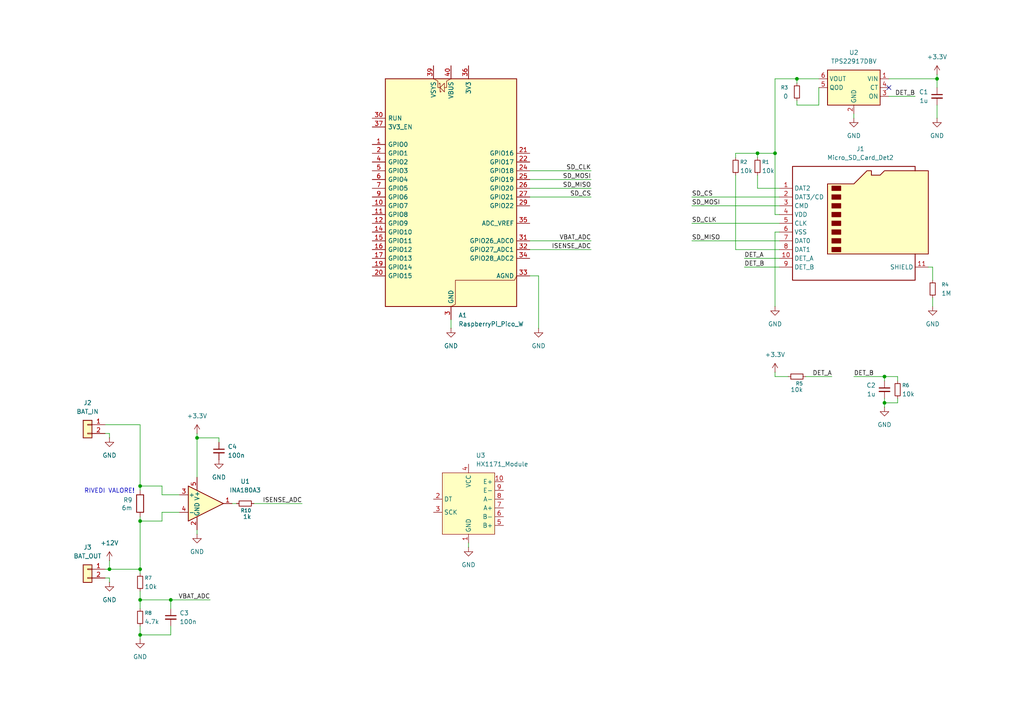
<source format=kicad_sch>
(kicad_sch (version 20250114) (generator "eeschema") (generator_version "9.0")
  (paper "A4")
  (lib_symbols
    (symbol "Amplifier_Current:INA180A3" (pin_names (offset 0.127))
      (property "Reference" "U" (at 3.81 3.81 0))
      (property "Value" "INA180A3" (at 3.81 -2.54 0))
      (symbol "INA180A3_0_1"
        (polyline (pts (xy 5.08 0) (xy -5.08 5.08) (xy -5.08 -5.08) (xy 5.08 0)) (stroke (width 0.254)) (fill (type background)))
      )
      (symbol "INA180A3_1_1"
        (pin input line (at -7.62 2.54 0) (length 2.54) (name "+") (number "3"))
        (pin input line (at -7.62 -2.54 0) (length 2.54) (name "-") (number "4"))
        (pin power_in line (at -2.54 7.62 270) (length 3.81) (name "V+") (number "5"))
        (pin power_in line (at -2.54 -7.62 90) (length 3.81) (name "GND") (number "2"))
        (pin output line (at 7.62 0 180) (length 2.54) (name "~") (number "1"))
      )
    )
    (symbol "Connector:Micro_SD_Card_Det2"
      (property "Reference" "J" (at -16.51 17.78 0))
      (property "Value" "Micro_SD_Card_Det2" (at 16.51 17.78 0))
      (symbol "Micro_SD_Card_Det2_0_1"
        (polyline (pts (xy -8.89 -8.89) (xy -8.89 11.43) (xy -1.27 11.43) (xy 2.54 15.24) (xy 3.81 15.24) (xy 3.81 13.97) (xy 6.35 13.97) (xy 7.62 15.24) (xy 20.32 15.24) (xy 20.32 -8.89) (xy -8.89 -8.89)) (stroke (width 0.254)) (fill (type background)))
        (rectangle (start -7.62 10.795) (end -5.08 9.525) (stroke (width 0.254)) (fill (type outline)))
        (rectangle (start -7.62 8.255) (end -5.08 6.985) (stroke (width 0.254)) (fill (type outline)))
        (rectangle (start -7.62 5.715) (end -5.08 4.445) (stroke (width 0.254)) (fill (type outline)))
        (rectangle (start -7.62 3.175) (end -5.08 1.905) (stroke (width 0.254)) (fill (type outline)))
        (rectangle (start -7.62 0.635) (end -5.08 -0.635) (stroke (width 0.254)) (fill (type outline)))
        (rectangle (start -7.62 -1.905) (end -5.08 -3.175) (stroke (width 0.254)) (fill (type outline)))
        (rectangle (start -7.62 -4.445) (end -5.08 -5.715) (stroke (width 0.254)) (fill (type outline)))
        (rectangle (start -7.62 -6.985) (end -5.08 -8.255) (stroke (width 0.254)) (fill (type outline)))
        (polyline (pts (xy 16.51 15.24) (xy 16.51 16.51) (xy -19.05 16.51) (xy -19.05 -16.51) (xy 16.51 -16.51) (xy 16.51 -8.89)) (stroke (width 0.254)))
      )
      (symbol "Micro_SD_Card_Det2_1_1"
        (pin bidirectional line (at -22.86 10.16 0) (length 3.81) (name "DAT2") (number "1"))
        (pin bidirectional line (at -22.86 7.62 0) (length 3.81) (name "DAT3/CD") (number "2"))
        (pin input line (at -22.86 5.08 0) (length 3.81) (name "CMD") (number "3"))
        (pin power_in line (at -22.86 2.54 0) (length 3.81) (name "VDD") (number "4"))
        (pin input line (at -22.86 0 0) (length 3.81) (name "CLK") (number "5"))
        (pin power_in line (at -22.86 -2.54 0) (length 3.81) (name "VSS") (number "6"))
        (pin bidirectional line (at -22.86 -5.08 0) (length 3.81) (name "DAT0") (number "7"))
        (pin bidirectional line (at -22.86 -7.62 0) (length 3.81) (name "DAT1") (number "8"))
        (pin passive line (at -22.86 -10.16 0) (length 3.81) (name "DET_A") (number "10"))
        (pin passive line (at -22.86 -12.7 0) (length 3.81) (name "DET_B") (number "9"))
        (pin passive line (at 20.32 -12.7 180) (length 3.81) (name "SHIELD") (number "11"))
      )
    )
    (symbol "Connector_Generic:Conn_01x02" (pin_names (offset 1.016) (hide yes))
      (property "Reference" "J" (at 0 2.54 0))
      (property "Value" "Conn_01x02" (at 0 -5.08 0))
      (symbol "Conn_01x02_1_1"
        (rectangle (start -1.27 1.27) (end 1.27 -3.81) (stroke (width 0.254)) (fill (type background)))
        (rectangle (start -1.27 0.127) (end 0 -0.127) (stroke (width 0.1524)))
        (rectangle (start -1.27 -2.413) (end 0 -2.667) (stroke (width 0.1524)))
        (pin passive line (at -5.08 0 0) (length 3.81) (name "Pin_1") (number "1"))
        (pin passive line (at -5.08 -2.54 0) (length 3.81) (name "Pin_2") (number "2"))
      )
    )
    (symbol "Device:C_Small" (pin_numbers (hide yes)) (pin_names (offset 0.254) (hide yes))
      (property "Reference" "C" (at 0.254 1.778 0))
      (property "Value" "C_Small" (at 0.254 -2.032 0))
      (symbol "C_Small_0_1"
        (polyline (pts (xy -1.524 0.508) (xy 1.524 0.508)) (stroke (width 0.3048)))
        (polyline (pts (xy -1.524 -0.508) (xy 1.524 -0.508)) (stroke (width 0.3302)))
      )
      (symbol "C_Small_1_1"
        (pin passive line (at 0 2.54 270) (length 2.032) (name "~") (number "1"))
        (pin passive line (at 0 -2.54 90) (length 2.032) (name "~") (number "2"))
      )
    )
    (symbol "Device:R" (pin_numbers (hide yes)) (pin_names (offset 0))
      (property "Reference" "R" (at 2.032 0 90))
      (property "Value" "R" (at 0 0 90))
      (symbol "R_0_1"
        (rectangle (start -1.016 -2.54) (end 1.016 2.54) (stroke (width 0.254)))
      )
      (symbol "R_1_1"
        (pin passive line (at 0 3.81 270) (length 1.27) (name "~") (number "1"))
        (pin passive line (at 0 -3.81 90) (length 1.27) (name "~") (number "2"))
      )
    )
    (symbol "Device:R_Small" (pin_numbers (hide yes)) (pin_names (offset 0.254) (hide yes))
      (property "Reference" "R" (at 0 0 90))
      (property "Value" "R_Small" (at 1.778 0 90))
      (symbol "R_Small_0_1"
        (rectangle (start -0.762 1.778) (end 0.762 -1.778) (stroke (width 0.2032)))
      )
      (symbol "R_Small_1_1"
        (pin passive line (at 0 2.54 270) (length 0.762) (name "~") (number "1"))
        (pin passive line (at 0 -2.54 90) (length 0.762) (name "~") (number "2"))
      )
    )
    (symbol "HX1171Module:HX1171_Module"
      (property "Reference" "U" (at 2.794 10.16 0))
      (property "Value" "HX1171_Module" (at 0 0 0))
      (symbol "HX1171_Module_1_1"
        (rectangle (start -7.62 8.89) (end 7.62 -8.89) (fill (type color) (color 255 255 194 1)))
        (pin bidirectional line (at -10.16 1.27 0) (length 2.54) (name "DT") (number "2"))
        (pin input line (at -10.16 -2.54 0) (length 2.54) (name "SCK") (number "3"))
        (pin power_in line (at 0 11.43 270) (length 2.54) (name "VCC") (number "4"))
        (pin power_in line (at 0 -11.43 90) (length 2.54) (name "GND") (number "1"))
        (pin passive line (at 10.16 6.35 180) (length 2.54) (name "E+") (number "10"))
        (pin passive line (at 10.16 3.81 180) (length 2.54) (name "E-") (number "9"))
        (pin passive line (at 10.16 1.27 180) (length 2.54) (name "A-") (number "8"))
        (pin passive line (at 10.16 -1.27 180) (length 2.54) (name "A+") (number "7"))
        (pin passive line (at 10.16 -3.81 180) (length 2.54) (name "B-") (number "6"))
        (pin passive line (at 10.16 -6.35 180) (length 2.54) (name "B+") (number "5"))
      )
    )
    (symbol "MCU_Module:RaspberryPi_Pico_W" (pin_names (offset 0.762))
      (property "Reference" "A" (at -19.05 35.56 0))
      (property "Value" "RaspberryPi_Pico_W" (at 7.62 35.56 0))
      (symbol "RaspberryPi_Pico_W_0_1"
        (rectangle (start -19.05 34.29) (end 19.05 -31.75) (stroke (width 0.254)) (fill (type background)))
        (polyline (pts (xy -5.08 34.29) (xy -3.81 33.655) (xy -3.81 31.75) (xy -3.175 31.75)))
        (polyline (pts (xy -3.429 32.766) (xy -3.429 33.02) (xy -3.175 33.02) (xy -3.175 30.48) (xy -2.921 30.48) (xy -2.921 30.734)))
        (polyline (pts (xy -3.175 31.75) (xy -1.905 33.02) (xy -1.905 30.48) (xy -3.175 31.75)))
        (polyline (pts (xy 0 34.29) (xy -1.27 33.655) (xy -1.27 31.75) (xy -1.905 31.75)))
        (polyline (pts (xy 0 -31.75) (xy 1.27 -31.115) (xy 1.27 -24.13) (xy 18.415 -24.13) (xy 19.05 -22.86)))
      )
      (symbol "RaspberryPi_Pico_W_1_1"
        (pin passive line (at -22.86 22.86 0) (length 3.81) (name "RUN") (number "30"))
        (pin passive line (at -22.86 20.32 0) (length 3.81) (name "3V3_EN") (number "37"))
        (pin bidirectional line (at -22.86 15.24 0) (length 3.81) (name "GPIO0") (number "1"))
        (pin bidirectional line (at -22.86 12.7 0) (length 3.81) (name "GPIO1") (number "2"))
        (pin bidirectional line (at -22.86 10.16 0) (length 3.81) (name "GPIO2") (number "4"))
        (pin bidirectional line (at -22.86 7.62 0) (length 3.81) (name "GPIO3") (number "5"))
        (pin bidirectional line (at -22.86 5.08 0) (length 3.81) (name "GPIO4") (number "6"))
        (pin bidirectional line (at -22.86 2.54 0) (length 3.81) (name "GPIO5") (number "7"))
        (pin bidirectional line (at -22.86 0 0) (length 3.81) (name "GPIO6") (number "9"))
        (pin bidirectional line (at -22.86 -2.54 0) (length 3.81) (name "GPIO7") (number "10"))
        (pin bidirectional line (at -22.86 -5.08 0) (length 3.81) (name "GPIO8") (number "11"))
        (pin bidirectional line (at -22.86 -7.62 0) (length 3.81) (name "GPIO9") (number "12"))
        (pin bidirectional line (at -22.86 -10.16 0) (length 3.81) (name "GPIO10") (number "14"))
        (pin bidirectional line (at -22.86 -12.7 0) (length 3.81) (name "GPIO11") (number "15"))
        (pin bidirectional line (at -22.86 -15.24 0) (length 3.81) (name "GPIO12") (number "16"))
        (pin bidirectional line (at -22.86 -17.78 0) (length 3.81) (name "GPIO13") (number "17"))
        (pin bidirectional line (at -22.86 -20.32 0) (length 3.81) (name "GPIO14") (number "19"))
        (pin bidirectional line (at -22.86 -22.86 0) (length 3.81) (name "GPIO15") (number "20"))
        (pin power_in line (at -5.08 38.1 270) (length 3.81) (name "VSYS") (number "39"))
        (pin power_out line (at 0 38.1 270) (length 3.81) (name "VBUS") (number "40"))
        (pin passive line (at 0 -35.56 90) (length 3.81) (hide yes) (name "GND") (number "13"))
        (pin passive line (at 0 -35.56 90) (length 3.81) (hide yes) (name "GND") (number "18"))
        (pin passive line (at 0 -35.56 90) (length 3.81) (hide yes) (name "GND") (number "23"))
        (pin passive line (at 0 -35.56 90) (length 3.81) (hide yes) (name "GND") (number "28"))
        (pin power_out line (at 0 -35.56 90) (length 3.81) (name "GND") (number "3"))
        (pin passive line (at 0 -35.56 90) (length 3.81) (hide yes) (name "GND") (number "38"))
        (pin passive line (at 0 -35.56 90) (length 3.81) (hide yes) (name "GND") (number "8"))
        (pin power_out line (at 5.08 38.1 270) (length 3.81) (name "3V3") (number "36"))
        (pin bidirectional line (at 22.86 12.7 180) (length 3.81) (name "GPIO16") (number "21"))
        (pin bidirectional line (at 22.86 10.16 180) (length 3.81) (name "GPIO17") (number "22"))
        (pin bidirectional line (at 22.86 7.62 180) (length 3.81) (name "GPIO18") (number "24"))
        (pin bidirectional line (at 22.86 5.08 180) (length 3.81) (name "GPIO19") (number "25"))
        (pin bidirectional line (at 22.86 2.54 180) (length 3.81) (name "GPIO20") (number "26"))
        (pin bidirectional line (at 22.86 0 180) (length 3.81) (name "GPIO21") (number "27"))
        (pin bidirectional line (at 22.86 -2.54 180) (length 3.81) (name "GPIO22") (number "29"))
        (pin power_in line (at 22.86 -7.62 180) (length 3.81) (name "ADC_VREF") (number "35"))
        (pin bidirectional line (at 22.86 -12.7 180) (length 3.81) (name "GPIO26_ADC0") (number "31"))
        (pin bidirectional line (at 22.86 -15.24 180) (length 3.81) (name "GPIO27_ADC1") (number "32"))
        (pin bidirectional line (at 22.86 -17.78 180) (length 3.81) (name "GPIO28_ADC2") (number "34"))
        (pin power_out line (at 22.86 -22.86 180) (length 3.81) (name "AGND") (number "33"))
      )
    )
    (symbol "Power_Management:TPS22917DBV"
      (property "Reference" "U" (at -6.35 6.35 0))
      (property "Value" "TPS22917DBV" (at 2.54 6.35 0))
      (symbol "TPS22917DBV_0_1"
        (rectangle (start -7.62 5.08) (end 7.62 -5.08) (stroke (width 0.254)) (fill (type background)))
      )
      (symbol "TPS22917DBV_1_1"
        (pin power_in line (at -10.16 2.54 0) (length 2.54) (name "VIN") (number "1"))
        (pin output line (at -10.16 0 0) (length 2.54) (name "CT") (number "4"))
        (pin input line (at -10.16 -2.54 0) (length 2.54) (name "ON") (number "3"))
        (pin power_in line (at 0 -7.62 90) (length 2.54) (name "GND") (number "2"))
        (pin power_out line (at 10.16 2.54 180) (length 2.54) (name "VOUT") (number "6"))
        (pin open_collector line (at 10.16 0 180) (length 2.54) (name "QOD") (number "5"))
      )
    )
    (symbol "power:+12V" (power) (pin_numbers (hide yes)) (pin_names (offset 0) (hide yes))
      (property "Value" "+12V" (at 0 3.556 0))
      (symbol "+12V_0_1"
        (polyline (pts (xy -0.762 1.27) (xy 0 2.54)))
        (polyline (pts (xy 0 2.54) (xy 0.762 1.27)))
        (polyline (pts (xy 0 0) (xy 0 2.54)))
      )
      (symbol "+12V_1_1"
        (pin power_in line (at 0 0 90) (length 0) (name "~") (number "1"))
      )
    )
    (symbol "power:+3.3V" (power) (pin_numbers (hide yes)) (pin_names (offset 0) (hide yes))
      (property "Value" "+3.3V" (at 0 3.556 0))
      (symbol "+3.3V_0_1"
        (polyline (pts (xy -0.762 1.27) (xy 0 2.54)))
        (polyline (pts (xy 0 2.54) (xy 0.762 1.27)))
        (polyline (pts (xy 0 0) (xy 0 2.54)))
      )
      (symbol "+3.3V_1_1"
        (pin power_in line (at 0 0 90) (length 0) (name "~") (number "1"))
      )
    )
    (symbol "power:GND" (power) (pin_numbers (hide yes)) (pin_names (offset 0) (hide yes))
      (property "Value" "GND" (at 0 -3.81 0))
      (symbol "GND_0_1"
        (polyline (pts (xy 0 0) (xy 0 -1.27) (xy 1.27 -1.27) (xy 0 -2.54) (xy -1.27 -1.27) (xy 0 -1.27)))
      )
      (symbol "GND_1_1"
        (pin power_in line (at 0 0 270) (length 0) (name "~") (number "1"))
      )
    )
  )
  (text "RIVEDI VALORE!" (at 31.75 142.494 0) (effects (font (size 1.27 1.27))))
  (junction (at 256.54 116.84))
  (junction (at 224.79 44.45))
  (junction (at 57.15 127))
  (junction (at 271.78 22.86))
  (junction (at 31.75 165.1))
  (junction (at 40.64 173.99))
  (junction (at 40.64 140.97))
  (junction (at 40.64 151.13))
  (junction (at 256.54 109.22))
  (junction (at 40.64 184.15))
  (junction (at 49.53 173.99))
  (junction (at 231.14 22.86))
  (junction (at 40.64 165.1))
  (junction (at 219.71 44.45))
  (no_connect (at 257.81 25.4))
  (wire (pts (xy 153.67 69.85) (xy 171.45 69.85)))
  (wire (pts (xy 49.53 176.53) (xy 49.53 173.99)))
  (wire (pts (xy 219.71 44.45) (xy 224.79 44.45)))
  (wire (pts (xy 153.67 52.07) (xy 171.45 52.07)))
  (wire (pts (xy 271.78 22.86) (xy 271.78 25.4)))
  (wire (pts (xy 31.75 165.1) (xy 40.64 165.1)))
  (wire (pts (xy 219.71 54.61) (xy 226.06 54.61)))
  (wire (pts (xy 215.9 77.47) (xy 226.06 77.47)))
  (wire (pts (xy 46.99 148.59) (xy 52.07 148.59)))
  (wire (pts (xy 40.64 173.99) (xy 40.64 176.53)))
  (wire (pts (xy 200.66 64.77) (xy 226.06 64.77)))
  (wire (pts (xy 219.71 45.72) (xy 219.71 44.45)))
  (wire (pts (xy 30.48 165.1) (xy 31.75 165.1)))
  (wire (pts (xy 213.36 44.45) (xy 213.36 45.72)))
  (wire (pts (xy 57.15 127) (xy 57.15 125.73)))
  (wire (pts (xy 224.79 67.31) (xy 226.06 67.31)))
  (wire (pts (xy 153.67 72.39) (xy 171.45 72.39)))
  (wire (pts (xy 260.35 109.22) (xy 260.35 110.49)))
  (wire (pts (xy 224.79 109.22) (xy 224.79 107.95)))
  (wire (pts (xy 49.53 181.61) (xy 49.53 184.15)))
  (wire (pts (xy 256.54 109.22) (xy 256.54 110.49)))
  (wire (pts (xy 260.35 116.84) (xy 256.54 116.84)))
  (wire (pts (xy 237.49 25.4) (xy 237.49 30.48)))
  (wire (pts (xy 265.43 27.94) (xy 257.81 27.94)))
  (wire (pts (xy 260.35 115.57) (xy 260.35 116.84)))
  (wire (pts (xy 270.51 77.47) (xy 269.24 77.47)))
  (wire (pts (xy 224.79 88.9) (xy 224.79 67.31)))
  (wire (pts (xy 271.78 30.48) (xy 271.78 34.29)))
  (wire (pts (xy 49.53 184.15) (xy 40.64 184.15)))
  (wire (pts (xy 256.54 116.84) (xy 256.54 118.11)))
  (wire (pts (xy 231.14 22.86) (xy 231.14 24.13)))
  (wire (pts (xy 31.75 162.56) (xy 31.75 165.1)))
  (wire (pts (xy 231.14 29.21) (xy 231.14 30.48)))
  (wire (pts (xy 46.99 143.51) (xy 52.07 143.51)))
  (wire (pts (xy 31.75 125.73) (xy 30.48 125.73)))
  (wire (pts (xy 60.96 173.99) (xy 49.53 173.99)))
  (wire (pts (xy 40.64 151.13) (xy 46.99 151.13)))
  (wire (pts (xy 153.67 54.61) (xy 171.45 54.61)))
  (wire (pts (xy 213.36 72.39) (xy 226.06 72.39)))
  (wire (pts (xy 153.67 57.15) (xy 171.45 57.15)))
  (wire (pts (xy 57.15 127) (xy 57.15 138.43)))
  (wire (pts (xy 213.36 44.45) (xy 219.71 44.45)))
  (wire (pts (xy 63.5 128.27) (xy 63.5 127)))
  (wire (pts (xy 224.79 44.45) (xy 224.79 62.23)))
  (wire (pts (xy 153.67 49.53) (xy 171.45 49.53)))
  (wire (pts (xy 270.51 81.28) (xy 270.51 77.47)))
  (wire (pts (xy 67.31 146.05) (xy 68.58 146.05)))
  (wire (pts (xy 215.9 74.93) (xy 226.06 74.93)))
  (wire (pts (xy 31.75 168.91) (xy 31.75 167.64)))
  (wire (pts (xy 40.64 181.61) (xy 40.64 184.15)))
  (wire (pts (xy 40.64 165.1) (xy 40.64 151.13)))
  (wire (pts (xy 247.65 109.22) (xy 256.54 109.22)))
  (wire (pts (xy 57.15 153.67) (xy 57.15 154.94)))
  (wire (pts (xy 247.65 33.02) (xy 247.65 34.29)))
  (wire (pts (xy 233.68 109.22) (xy 241.3 109.22)))
  (wire (pts (xy 256.54 109.22) (xy 260.35 109.22)))
  (wire (pts (xy 213.36 50.8) (xy 213.36 72.39)))
  (wire (pts (xy 40.64 184.15) (xy 40.64 185.42)))
  (wire (pts (xy 257.81 22.86) (xy 271.78 22.86)))
  (wire (pts (xy 30.48 123.19) (xy 40.64 123.19)))
  (wire (pts (xy 156.21 80.01) (xy 153.67 80.01)))
  (wire (pts (xy 40.64 140.97) (xy 46.99 140.97)))
  (wire (pts (xy 200.66 69.85) (xy 226.06 69.85)))
  (wire (pts (xy 156.21 95.25) (xy 156.21 80.01)))
  (wire (pts (xy 40.64 165.1) (xy 40.64 166.37)))
  (wire (pts (xy 271.78 22.86) (xy 271.78 21.59)))
  (wire (pts (xy 237.49 22.86) (xy 231.14 22.86)))
  (wire (pts (xy 130.81 92.71) (xy 130.81 95.25)))
  (wire (pts (xy 40.64 171.45) (xy 40.64 173.99)))
  (wire (pts (xy 231.14 30.48) (xy 237.49 30.48)))
  (wire (pts (xy 231.14 22.86) (xy 224.79 22.86)))
  (wire (pts (xy 63.5 127) (xy 57.15 127)))
  (wire (pts (xy 40.64 151.13) (xy 40.64 149.86)))
  (wire (pts (xy 256.54 115.57) (xy 256.54 116.84)))
  (wire (pts (xy 200.66 59.69) (xy 226.06 59.69)))
  (wire (pts (xy 226.06 62.23) (xy 224.79 62.23)))
  (wire (pts (xy 200.66 57.15) (xy 226.06 57.15)))
  (wire (pts (xy 228.6 109.22) (xy 224.79 109.22)))
  (wire (pts (xy 224.79 22.86) (xy 224.79 44.45)))
  (wire (pts (xy 73.66 146.05) (xy 87.63 146.05)))
  (wire (pts (xy 135.89 157.48) (xy 135.89 158.75)))
  (wire (pts (xy 40.64 123.19) (xy 40.64 140.97)))
  (wire (pts (xy 40.64 140.97) (xy 40.64 142.24)))
  (wire (pts (xy 40.64 173.99) (xy 49.53 173.99)))
  (wire (pts (xy 31.75 167.64) (xy 30.48 167.64)))
  (wire (pts (xy 219.71 50.8) (xy 219.71 54.61)))
  (wire (pts (xy 46.99 140.97) (xy 46.99 143.51)))
  (wire (pts (xy 31.75 127) (xy 31.75 125.73)))
  (wire (pts (xy 270.51 86.36) (xy 270.51 88.9)))
  (wire (pts (xy 46.99 151.13) (xy 46.99 148.59)))
  (label "VBAT_ADC" (at 171.45 69.85 180))
  (label "SD_MISO" (at 200.66 69.85 0))
  (label "ISENSE_ADC" (at 87.63 146.05 180))
  (label "DET_A" (at 241.3 109.22 180))
  (label "SD_MOSI" (at 171.45 52.07 180))
  (label "DET_A" (at 215.9 74.93 0))
  (label "SD_MOSI" (at 200.66 59.69 0))
  (label "VBAT_ADC" (at 60.96 173.99 180))
  (label "SD_CS" (at 171.45 57.15 180))
  (label "DET_B" (at 265.43 27.94 180))
  (label "SD_MISO" (at 171.45 54.61 180))
  (label "ISENSE_ADC" (at 171.45 72.39 180))
  (label "SD_CS" (at 200.66 57.15 0))
  (label "DET_B" (at 247.65 109.22 0))
  (label "SD_CLK" (at 171.45 49.53 180))
  (label "SD_CLK" (at 200.66 64.77 0))
  (label "DET_B" (at 215.9 77.47 0))
  (symbol (lib_id "MCU_Module:RaspberryPi_Pico_W") (at 130.81 57.15 0) (unit 1)
    (property "Reference" "A1" (at 132.9533 91.44 0) (effects (justify left)))
    (property "Value" "RaspberryPi_Pico_W" (at 132.9533 93.98 0) (effects (justify left)))
    (property "Footprint" "Module:RaspberryPi_Pico_W_SMD_HandSolder" (effects (hide yes)))
    (property "Datasheet" "https://datasheets.raspberrypi.com/picow/pico-w-datasheet.pdf" (effects (hide yes)))
    (property "Description" "Versatile and inexpensive wireless microcontroller module powered by RP2040 dual-core Arm Cortex-M0+ processor up to 133 MHz, 264kB SRAM, 2MB QSPI flash, Infineon CYW43439 2.4GHz 802.11n wireless LAN; also supports Raspberry Pi Pico 2 W" (effects (hide yes)))
  )
  (symbol (lib_id "power:GND") (at 271.78 34.29 0) (mirror y) (unit 1)
    (property "Reference" "#PWR03" (effects (hide yes)))
    (property "Value" "GND" (at 271.78 39.37 0))
    (property "Description" "Power symbol creates a global label with name \"GND\" , ground" (effects (hide yes)))
  )
  (symbol (lib_id "power:GND") (at 256.54 118.11 0) (unit 1)
    (property "Reference" "#PWR09" (effects (hide yes)))
    (property "Value" "GND" (at 256.54 123.19 0))
    (property "Description" "Power symbol creates a global label with name \"GND\" , ground" (effects (hide yes)))
  )
  (symbol (lib_id "power:+12V") (at 31.75 162.56 0) (unit 1)
    (property "Reference" "#PWR017" (effects (hide yes)))
    (property "Value" "+12V" (at 31.75 157.48 0))
    (property "Description" "Power symbol creates a global label with name \"+12V\"" (effects (hide yes)))
  )
  (symbol (lib_id "Device:C_Small") (at 271.78 27.94 0) (mirror y) (unit 1)
    (property "Reference" "C1" (at 269.24 26.6762 0) (effects (justify left)))
    (property "Value" "1u" (at 269.24 29.2162 0) (effects (justify left)))
    (property "Footprint" "Capacitor_SMD:C_0805_2012Metric_Pad1.18x1.45mm_HandSolder" (effects (hide yes)))
    (property "Description" "Unpolarized capacitor, small symbol" (effects (hide yes)))
  )
  (symbol (lib_id "Connector_Generic:Conn_01x02") (at 25.4 165.1 0) (mirror y) (unit 1)
    (property "Reference" "J3" (at 25.4 158.75 0))
    (property "Value" "BAT_OUT" (at 25.4 161.29 0))
    (property "Description" "Generic connector, single row, 01x02, script generated (kicad-library-utils/schlib/autogen/connector/)" (effects (hide yes)))
  )
  (symbol (lib_id "Device:R_Small") (at 40.64 168.91 0) (unit 1)
    (property "Reference" "R7" (at 41.91 167.64 0) (effects (font (size 1.016 1.016)) (justify left)))
    (property "Value" "10k" (at 41.91 170.18 0) (effects (justify left)))
    (property "Footprint" "Resistor_SMD:R_0805_2012Metric_Pad1.20x1.40mm_HandSolder" (effects (hide yes)))
    (property "Description" "Resistor, small symbol" (effects (hide yes)))
  )
  (symbol (lib_id "power:GND") (at 224.79 88.9 0) (unit 1)
    (property "Reference" "#PWR07" (effects (hide yes)))
    (property "Value" "GND" (at 224.79 93.98 0))
    (property "Description" "Power symbol creates a global label with name \"GND\" , ground" (effects (hide yes)))
  )
  (symbol (lib_id "Device:C_Small") (at 63.5 130.81 0) (unit 1)
    (property "Reference" "C4" (at 66.04 129.5462 0) (effects (justify left)))
    (property "Value" "100n" (at 66.04 132.0862 0) (effects (justify left)))
    (property "Footprint" "Capacitor_SMD:C_0805_2012Metric_Pad1.18x1.45mm_HandSolder" (effects (hide yes)))
    (property "Description" "Unpolarized capacitor, small symbol" (effects (hide yes)))
  )
  (symbol (lib_id "Device:C_Small") (at 256.54 113.03 0) (mirror y) (unit 1)
    (property "Reference" "C2" (at 254 111.7662 0) (effects (justify left)))
    (property "Value" "1u" (at 254 114.3062 0) (effects (justify left)))
    (property "Footprint" "Capacitor_SMD:C_0805_2012Metric_Pad1.18x1.45mm_HandSolder" (effects (hide yes)))
    (property "Description" "Unpolarized capacitor, small symbol" (effects (hide yes)))
  )
  (symbol (lib_id "power:GND") (at 31.75 127 0) (unit 1)
    (property "Reference" "#PWR015" (effects (hide yes)))
    (property "Value" "GND" (at 31.75 132.08 0))
    (property "Description" "Power symbol creates a global label with name \"GND\" , ground" (effects (hide yes)))
  )
  (symbol (lib_id "Connector:Micro_SD_Card_Det2") (at 248.92 64.77 0) (unit 1)
    (property "Reference" "J1" (at 249.555 43.18 0))
    (property "Value" "Micro_SD_Card_Det2" (at 249.555 45.72 0))
    (property "Footprint" "Connector_Card:microSD_HC_Molex_104031-0811" (effects (hide yes)))
    (property "Datasheet" "https://www.hirose.com/en/product/document?clcode=&productname=&series=DM3&documenttype=Catalog&lang=en&documentid=D49662_en" (effects (hide yes)))
    (property "Description" "Micro SD Card Socket with two card detection pins" (effects (hide yes)))
  )
  (symbol (lib_id "Device:R_Small") (at 219.71 48.26 0) (unit 1)
    (property "Reference" "R1" (at 220.98 46.99 0) (effects (font (size 1.016 1.016)) (justify left)))
    (property "Value" "10k" (at 220.98 49.53 0) (effects (justify left)))
    (property "Footprint" "Resistor_SMD:R_0805_2012Metric_Pad1.20x1.40mm_HandSolder" (effects (hide yes)))
    (property "Description" "Resistor, small symbol" (effects (hide yes)))
  )
  (symbol (lib_id "power:GND") (at 40.64 185.42 0) (unit 1)
    (property "Reference" "#PWR06" (effects (hide yes)))
    (property "Value" "GND" (at 40.64 190.5 0))
    (property "Description" "Power symbol creates a global label with name \"GND\" , ground" (effects (hide yes)))
  )
  (symbol (lib_id "power:GND") (at 270.51 88.9 0) (unit 1)
    (property "Reference" "#PWR05" (effects (hide yes)))
    (property "Value" "GND" (at 270.51 93.98 0))
    (property "Description" "Power symbol creates a global label with name \"GND\" , ground" (effects (hide yes)))
  )
  (symbol (lib_id "power:GND") (at 156.21 95.25 0) (unit 1)
    (property "Reference" "#PWR011" (effects (hide yes)))
    (property "Value" "GND" (at 156.21 100.33 0))
    (property "Description" "Power symbol creates a global label with name \"GND\" , ground" (effects (hide yes)))
  )
  (symbol (lib_id "power:GND") (at 57.15 154.94 0) (unit 1)
    (property "Reference" "#PWR014" (effects (hide yes)))
    (property "Value" "GND" (at 57.15 160.02 0))
    (property "Description" "Power symbol creates a global label with name \"GND\" , ground" (effects (hide yes)))
  )
  (symbol (lib_id "Device:R_Small") (at 231.14 26.67 0) (mirror y) (unit 1)
    (property "Reference" "R3" (at 228.6 25.3999 0) (effects (font (size 1.016 1.016)) (justify left)))
    (property "Value" "0" (at 228.6 27.9399 0) (effects (justify left)))
    (property "Footprint" "Resistor_SMD:R_0805_2012Metric_Pad1.20x1.40mm_HandSolder" (effects (hide yes)))
    (property "Description" "Resistor, small symbol" (effects (hide yes)))
  )
  (symbol (lib_id "Amplifier_Current:INA180A3") (at 59.69 146.05 0) (unit 1)
    (property "Reference" "U1" (at 71.12 139.6298 0))
    (property "Value" "INA180A3" (at 71.12 142.1698 0))
    (property "Footprint" "Package_TO_SOT_SMD:SOT-23-5" (effects (hide yes)))
    (property "Datasheet" "http://www.ti.com/lit/ds/symlink/ina180.pdf" (effects (hide yes)))
    (property "Description" "Current Sense Amplifier, 1 Circuit, Rail-to-Rail, 26V, Gain 100 V/V, SOT-23-5" (effects (hide yes)))
  )
  (symbol (lib_id "power:+3.3V") (at 57.15 125.73 0) (mirror y) (unit 1)
    (property "Reference" "#PWR010" (effects (hide yes)))
    (property "Value" "+3.3V" (at 57.15 120.65 0))
    (property "Description" "Power symbol creates a global label with name \"+3.3V\"" (effects (hide yes)))
  )
  (symbol (lib_id "power:GND") (at 247.65 34.29 0) (mirror y) (unit 1)
    (property "Reference" "#PWR04" (effects (hide yes)))
    (property "Value" "GND" (at 247.65 39.37 0))
    (property "Description" "Power symbol creates a global label with name \"GND\" , ground" (effects (hide yes)))
  )
  (symbol (lib_id "power:GND") (at 63.5 133.35 0) (unit 1)
    (property "Reference" "#PWR013" (effects (hide yes)))
    (property "Value" "GND" (at 63.5 138.43 0))
    (property "Description" "Power symbol creates a global label with name \"GND\" , ground" (effects (hide yes)))
  )
  (symbol (lib_id "Connector_Generic:Conn_01x02") (at 25.4 123.19 0) (mirror y) (unit 1)
    (property "Reference" "J2" (at 25.4 116.84 0))
    (property "Value" "BAT_IN" (at 25.4 119.38 0))
    (property "Description" "Generic connector, single row, 01x02, script generated (kicad-library-utils/schlib/autogen/connector/)" (effects (hide yes)))
  )
  (symbol (lib_id "HX1171Module:HX1171_Module") (at 135.89 146.05 0) (unit 1)
    (property "Reference" "U3" (at 138.0333 132.08 0) (effects (justify left)))
    (property "Value" "HX1171_Module" (at 138.0333 134.62 0) (effects (justify left)))
    (property "Footprint" "HX1171Module:HX711_Breakout" (effects (hide yes)))
  )
  (symbol (lib_id "power:+3.3V") (at 224.79 107.95 0) (unit 1)
    (property "Reference" "#PWR08" (effects (hide yes)))
    (property "Value" "+3.3V" (at 224.79 102.87 0))
    (property "Description" "Power symbol creates a global label with name \"+3.3V\"" (effects (hide yes)))
  )
  (symbol (lib_id "Device:R_Small") (at 71.12 146.05 90) (unit 1)
    (property "Reference" "R10" (at 72.898 148.082 90) (effects (font (size 1.016 1.016)) (justify left)))
    (property "Value" "1k" (at 72.898 149.86 90) (effects (justify left)))
    (property "Footprint" "Resistor_SMD:R_0805_2012Metric_Pad1.20x1.40mm_HandSolder" (effects (hide yes)))
    (property "Description" "Resistor, small symbol" (effects (hide yes)))
  )
  (symbol (lib_id "Device:C_Small") (at 49.53 179.07 0) (unit 1)
    (property "Reference" "C3" (at 52.07 177.8062 0) (effects (justify left)))
    (property "Value" "100n" (at 52.07 180.3462 0) (effects (justify left)))
    (property "Footprint" "Capacitor_SMD:C_0805_2012Metric_Pad1.18x1.45mm_HandSolder" (effects (hide yes)))
    (property "Description" "Unpolarized capacitor, small symbol" (effects (hide yes)))
  )
  (symbol (lib_id "Power_Management:TPS22917DBV") (at 247.65 25.4 0) (mirror y) (unit 1)
    (property "Reference" "U2" (at 247.65 15.24 0))
    (property "Value" "TPS22917DBV" (at 247.65 17.78 0))
    (property "Footprint" "Package_TO_SOT_SMD:SOT-23-6" (effects (hide yes)))
    (property "Datasheet" "http://www.ti.com/lit/ds/symlink/tps22917.pdf" (effects (hide yes)))
    (property "Description" "1V to 5.5V, 2A, 80mΩ Ultra-Low Leakage Load Switch, SOT23-6" (effects (hide yes)))
  )
  (symbol (lib_id "Device:R_Small") (at 213.36 48.26 0) (unit 1)
    (property "Reference" "R2" (at 214.63 46.99 0) (effects (font (size 1.016 1.016)) (justify left)))
    (property "Value" "10k" (at 214.63 49.53 0) (effects (justify left)))
    (property "Footprint" "Resistor_SMD:R_0805_2012Metric_Pad1.20x1.40mm_HandSolder" (effects (hide yes)))
    (property "Description" "Resistor, small symbol" (effects (hide yes)))
  )
  (symbol (lib_id "Device:R_Small") (at 270.51 83.82 0) (unit 1)
    (property "Reference" "R4" (at 273.05 82.5499 0) (effects (font (size 1.016 1.016)) (justify left)))
    (property "Value" "1M" (at 273.05 85.0899 0) (effects (justify left)))
    (property "Footprint" "Resistor_SMD:R_0805_2012Metric_Pad1.20x1.40mm_HandSolder" (effects (hide yes)))
    (property "Description" "Resistor, small symbol" (effects (hide yes)))
  )
  (symbol (lib_id "power:GND") (at 135.89 158.75 0) (unit 1)
    (property "Reference" "#PWR012" (effects (hide yes)))
    (property "Value" "GND" (at 135.89 163.83 0))
    (property "Description" "Power symbol creates a global label with name \"GND\" , ground" (effects (hide yes)))
  )
  (symbol (lib_id "Device:R") (at 40.64 146.05 180) (unit 1)
    (property "Reference" "R9" (at 37.084 145.034 0))
    (property "Value" "6m" (at 36.83 147.32 0))
    (property "Footprint" "Resistor_SMD:R_2512_6332Metric_Pad1.40x3.35mm_HandSolder" (effects (hide yes)))
    (property "Description" "Resistor" (effects (hide yes)))
  )
  (symbol (lib_id "power:GND") (at 31.75 168.91 0) (unit 1)
    (property "Reference" "#PWR016" (effects (hide yes)))
    (property "Value" "GND" (at 31.75 173.99 0))
    (property "Description" "Power symbol creates a global label with name \"GND\" , ground" (effects (hide yes)))
  )
  (symbol (lib_id "power:GND") (at 130.81 95.25 0) (unit 1)
    (property "Reference" "#PWR01" (effects (hide yes)))
    (property "Value" "GND" (at 130.81 100.33 0))
    (property "Description" "Power symbol creates a global label with name \"GND\" , ground" (effects (hide yes)))
  )
  (symbol (lib_id "power:+3.3V") (at 271.78 21.59 0) (mirror y) (unit 1)
    (property "Reference" "#PWR02" (effects (hide yes)))
    (property "Value" "+3.3V" (at 271.78 16.51 0))
    (property "Description" "Power symbol creates a global label with name \"+3.3V\"" (effects (hide yes)))
  )
  (symbol (lib_id "Device:R_Small") (at 260.35 113.03 0) (unit 1)
    (property "Reference" "R6" (at 261.62 111.76 0) (effects (font (size 1.016 1.016)) (justify left)))
    (property "Value" "10k" (at 261.62 114.3 0) (effects (justify left)))
    (property "Footprint" "Resistor_SMD:R_0805_2012Metric_Pad1.20x1.40mm_HandSolder" (effects (hide yes)))
    (property "Description" "Resistor, small symbol" (effects (hide yes)))
  )
  (symbol (lib_id "Device:R_Small") (at 40.64 179.07 0) (unit 1)
    (property "Reference" "R8" (at 41.91 177.8 0) (effects (font (size 1.016 1.016)) (justify left)))
    (property "Value" "4.7k" (at 41.91 180.34 0) (effects (justify left)))
    (property "Footprint" "Resistor_SMD:R_0805_2012Metric_Pad1.20x1.40mm_HandSolder" (effects (hide yes)))
    (property "Description" "Resistor, small symbol" (effects (hide yes)))
  )
  (symbol (lib_id "Device:R_Small") (at 231.14 109.22 90) (unit 1)
    (property "Reference" "R5" (at 232.918 111.252 90) (effects (font (size 1.016 1.016)) (justify left)))
    (property "Value" "10k" (at 232.918 113.03 90) (effects (justify left)))
    (property "Footprint" "Resistor_SMD:R_0805_2012Metric_Pad1.20x1.40mm_HandSolder" (effects (hide yes)))
    (property "Description" "Resistor, small symbol" (effects (hide yes)))
  )
)
</source>
